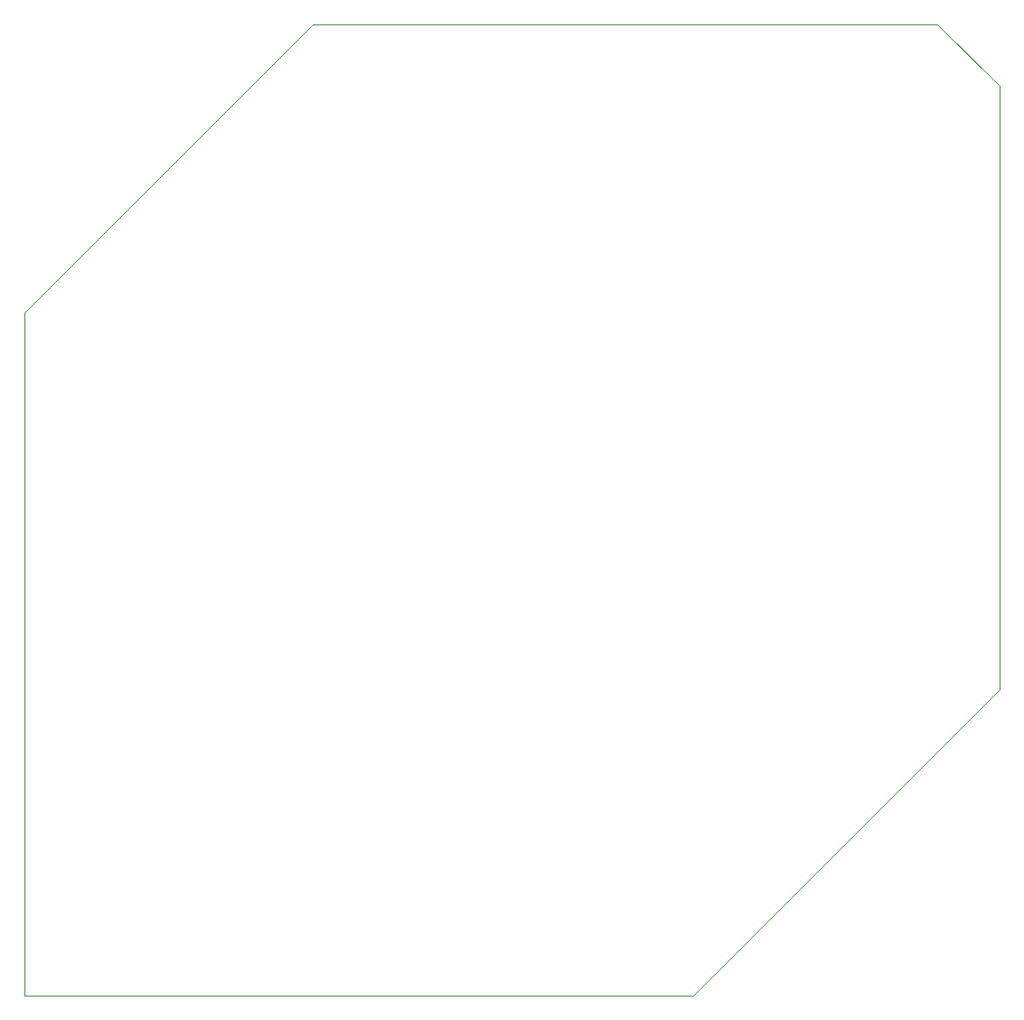
<source format=gbr>
%TF.GenerationSoftware,Altium Limited,Altium Designer,19.1.8 (144)*%
G04 Layer_Color=0*
%FSLAX25Y25*%
%MOIN*%
%TF.FileFunction,Profile,NP*%
%TF.Part,Single*%
G01*
G75*
%TA.AperFunction,Profile*%
%ADD92C,0.00100*%
D92*
X18012Y-0D02*
X264567D01*
X377559Y112992D01*
X377559Y335630D01*
X354724Y358465D01*
X124409Y358465D01*
X18012Y252067D01*
X18012Y-0D01*
%TF.MD5,8769db91557d2a978884e1c63f4cf194*%
M02*

</source>
